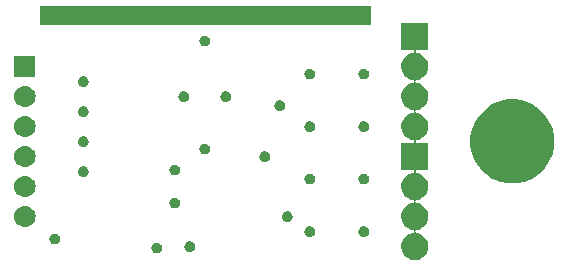
<source format=gbr>
G04 #@! TF.GenerationSoftware,KiCad,Pcbnew,5.1.2-f72e74a~84~ubuntu18.04.1*
G04 #@! TF.CreationDate,2019-06-21T19:35:54+10:00*
G04 #@! TF.ProjectId,axis-encoder,61786973-2d65-46e6-936f-6465722e6b69,21/06/19*
G04 #@! TF.SameCoordinates,Original*
G04 #@! TF.FileFunction,Soldermask,Bot*
G04 #@! TF.FilePolarity,Negative*
%FSLAX46Y46*%
G04 Gerber Fmt 4.6, Leading zero omitted, Abs format (unit mm)*
G04 Created by KiCad (PCBNEW 5.1.2-f72e74a~84~ubuntu18.04.1) date 2019-06-21 19:35:54*
%MOMM*%
%LPD*%
G04 APERTURE LIST*
%ADD10C,0.100000*%
G04 APERTURE END LIST*
D10*
G36*
X153035000Y-87884000D02*
G01*
X125095000Y-87884000D01*
X125095000Y-86360000D01*
X153035000Y-86360000D01*
X153035000Y-87884000D01*
G37*
X153035000Y-87884000D02*
X125095000Y-87884000D01*
X125095000Y-86360000D01*
X153035000Y-86360000D01*
X153035000Y-87884000D01*
G36*
X157996000Y-90051000D02*
G01*
X157030993Y-90051000D01*
X157006607Y-90053402D01*
X156983158Y-90060515D01*
X156961547Y-90072066D01*
X156942605Y-90087611D01*
X156927060Y-90106553D01*
X156915509Y-90128164D01*
X156908396Y-90151613D01*
X156905994Y-90175999D01*
X156908396Y-90200385D01*
X156915509Y-90223834D01*
X156927060Y-90245445D01*
X156942605Y-90264387D01*
X156961547Y-90279932D01*
X156983158Y-90291483D01*
X157006608Y-90298596D01*
X157180734Y-90333232D01*
X157390203Y-90419997D01*
X157578720Y-90545960D01*
X157739040Y-90706280D01*
X157865003Y-90894797D01*
X157951768Y-91104266D01*
X157996000Y-91326636D01*
X157996000Y-91553364D01*
X157951768Y-91775734D01*
X157865003Y-91985203D01*
X157739040Y-92173720D01*
X157578720Y-92334040D01*
X157390203Y-92460003D01*
X157390202Y-92460004D01*
X157390201Y-92460004D01*
X157354789Y-92474672D01*
X157180734Y-92546768D01*
X157053161Y-92572144D01*
X156976448Y-92587403D01*
X156952999Y-92594516D01*
X156931388Y-92606067D01*
X156912446Y-92621612D01*
X156896901Y-92640554D01*
X156885350Y-92662165D01*
X156878237Y-92685614D01*
X156875835Y-92710000D01*
X156878237Y-92734386D01*
X156885350Y-92757835D01*
X156896901Y-92779446D01*
X156912446Y-92798388D01*
X156931388Y-92813933D01*
X156952999Y-92825484D01*
X156976448Y-92832597D01*
X157053161Y-92847856D01*
X157180734Y-92873232D01*
X157390203Y-92959997D01*
X157578720Y-93085960D01*
X157739040Y-93246280D01*
X157865003Y-93434797D01*
X157951768Y-93644266D01*
X157996000Y-93866636D01*
X157996000Y-94093364D01*
X157951768Y-94315734D01*
X157865003Y-94525203D01*
X157739040Y-94713720D01*
X157578720Y-94874040D01*
X157390203Y-95000003D01*
X157180734Y-95086768D01*
X157053161Y-95112144D01*
X156976448Y-95127403D01*
X156952999Y-95134516D01*
X156931388Y-95146067D01*
X156912446Y-95161612D01*
X156896901Y-95180554D01*
X156885350Y-95202165D01*
X156878237Y-95225614D01*
X156875835Y-95250000D01*
X156878237Y-95274386D01*
X156885350Y-95297835D01*
X156896901Y-95319446D01*
X156912446Y-95338388D01*
X156931388Y-95353933D01*
X156952999Y-95365484D01*
X156976448Y-95372597D01*
X157053161Y-95387856D01*
X157180734Y-95413232D01*
X157302398Y-95463627D01*
X157348795Y-95482845D01*
X157390203Y-95499997D01*
X157578720Y-95625960D01*
X157739040Y-95786280D01*
X157801537Y-95879814D01*
X157865004Y-95974799D01*
X157882488Y-96017009D01*
X157951768Y-96184266D01*
X157996000Y-96406636D01*
X157996000Y-96633364D01*
X157951768Y-96855734D01*
X157865003Y-97065203D01*
X157739040Y-97253720D01*
X157578720Y-97414040D01*
X157390203Y-97540003D01*
X157180734Y-97626768D01*
X157064192Y-97649950D01*
X157006607Y-97661404D01*
X156983158Y-97668517D01*
X156961547Y-97680068D01*
X156942605Y-97695613D01*
X156927060Y-97714555D01*
X156915509Y-97736166D01*
X156908396Y-97759615D01*
X156905994Y-97784001D01*
X156908396Y-97808387D01*
X156915509Y-97831836D01*
X156927060Y-97853447D01*
X156942605Y-97872389D01*
X156961547Y-97887934D01*
X156983158Y-97899485D01*
X157006607Y-97906598D01*
X157030993Y-97909000D01*
X157996000Y-97909000D01*
X157996000Y-100211000D01*
X157030993Y-100211000D01*
X157006607Y-100213402D01*
X156983158Y-100220515D01*
X156961547Y-100232066D01*
X156942605Y-100247611D01*
X156927060Y-100266553D01*
X156915509Y-100288164D01*
X156908396Y-100311613D01*
X156905994Y-100335999D01*
X156908396Y-100360385D01*
X156915509Y-100383834D01*
X156927060Y-100405445D01*
X156942605Y-100424387D01*
X156961547Y-100439932D01*
X156983158Y-100451483D01*
X157006607Y-100458596D01*
X157064192Y-100470050D01*
X157180734Y-100493232D01*
X157230872Y-100514000D01*
X157354792Y-100565329D01*
X157390203Y-100579997D01*
X157578720Y-100705960D01*
X157739040Y-100866280D01*
X157865003Y-101054797D01*
X157951768Y-101264266D01*
X157996000Y-101486636D01*
X157996000Y-101713364D01*
X157951768Y-101935734D01*
X157865003Y-102145203D01*
X157739040Y-102333720D01*
X157578720Y-102494040D01*
X157390203Y-102620003D01*
X157180734Y-102706768D01*
X157053161Y-102732144D01*
X156976448Y-102747403D01*
X156952999Y-102754516D01*
X156931388Y-102766067D01*
X156912446Y-102781612D01*
X156896901Y-102800554D01*
X156885350Y-102822165D01*
X156878237Y-102845614D01*
X156875835Y-102870000D01*
X156878237Y-102894386D01*
X156885350Y-102917835D01*
X156896901Y-102939446D01*
X156912446Y-102958388D01*
X156931388Y-102973933D01*
X156952999Y-102985484D01*
X156976448Y-102992597D01*
X157053161Y-103007856D01*
X157180734Y-103033232D01*
X157390203Y-103119997D01*
X157578720Y-103245960D01*
X157739040Y-103406280D01*
X157865003Y-103594797D01*
X157951768Y-103804266D01*
X157996000Y-104026636D01*
X157996000Y-104253364D01*
X157951768Y-104475734D01*
X157865003Y-104685203D01*
X157739040Y-104873720D01*
X157578720Y-105034040D01*
X157390203Y-105160003D01*
X157180734Y-105246768D01*
X157053161Y-105272144D01*
X156976448Y-105287403D01*
X156952999Y-105294516D01*
X156931388Y-105306067D01*
X156912446Y-105321612D01*
X156896901Y-105340554D01*
X156885350Y-105362165D01*
X156878237Y-105385614D01*
X156875835Y-105410000D01*
X156878237Y-105434386D01*
X156885350Y-105457835D01*
X156896901Y-105479446D01*
X156912446Y-105498388D01*
X156931388Y-105513933D01*
X156952999Y-105525484D01*
X156976448Y-105532597D01*
X157053161Y-105547856D01*
X157180734Y-105573232D01*
X157230872Y-105594000D01*
X157354792Y-105645329D01*
X157390203Y-105659997D01*
X157578720Y-105785960D01*
X157739040Y-105946280D01*
X157865003Y-106134797D01*
X157951768Y-106344266D01*
X157996000Y-106566636D01*
X157996000Y-106793364D01*
X157951768Y-107015734D01*
X157865003Y-107225203D01*
X157739040Y-107413720D01*
X157578720Y-107574040D01*
X157390203Y-107700003D01*
X157180734Y-107786768D01*
X157069549Y-107808884D01*
X156958365Y-107831000D01*
X156731635Y-107831000D01*
X156620451Y-107808884D01*
X156509266Y-107786768D01*
X156299797Y-107700003D01*
X156111280Y-107574040D01*
X155950960Y-107413720D01*
X155824997Y-107225203D01*
X155738232Y-107015734D01*
X155694000Y-106793364D01*
X155694000Y-106566636D01*
X155738232Y-106344266D01*
X155824997Y-106134797D01*
X155950960Y-105946280D01*
X156111280Y-105785960D01*
X156299797Y-105659997D01*
X156335209Y-105645329D01*
X156459128Y-105594000D01*
X156509266Y-105573232D01*
X156636839Y-105547856D01*
X156713552Y-105532597D01*
X156737001Y-105525484D01*
X156758612Y-105513933D01*
X156777554Y-105498388D01*
X156793099Y-105479446D01*
X156804650Y-105457835D01*
X156811763Y-105434386D01*
X156814165Y-105410000D01*
X156811763Y-105385614D01*
X156804650Y-105362165D01*
X156793099Y-105340554D01*
X156777554Y-105321612D01*
X156758612Y-105306067D01*
X156737001Y-105294516D01*
X156713552Y-105287403D01*
X156636839Y-105272144D01*
X156509266Y-105246768D01*
X156299797Y-105160003D01*
X156111280Y-105034040D01*
X155950960Y-104873720D01*
X155824997Y-104685203D01*
X155738232Y-104475734D01*
X155694000Y-104253364D01*
X155694000Y-104026636D01*
X155738232Y-103804266D01*
X155824997Y-103594797D01*
X155950960Y-103406280D01*
X156111280Y-103245960D01*
X156299797Y-103119997D01*
X156509266Y-103033232D01*
X156636839Y-103007856D01*
X156713552Y-102992597D01*
X156737001Y-102985484D01*
X156758612Y-102973933D01*
X156777554Y-102958388D01*
X156793099Y-102939446D01*
X156804650Y-102917835D01*
X156811763Y-102894386D01*
X156814165Y-102870000D01*
X156811763Y-102845614D01*
X156804650Y-102822165D01*
X156793099Y-102800554D01*
X156777554Y-102781612D01*
X156758612Y-102766067D01*
X156737001Y-102754516D01*
X156713552Y-102747403D01*
X156636839Y-102732144D01*
X156509266Y-102706768D01*
X156299797Y-102620003D01*
X156111280Y-102494040D01*
X155950960Y-102333720D01*
X155824997Y-102145203D01*
X155738232Y-101935734D01*
X155694000Y-101713364D01*
X155694000Y-101486636D01*
X155738232Y-101264266D01*
X155824997Y-101054797D01*
X155950960Y-100866280D01*
X156111280Y-100705960D01*
X156299797Y-100579997D01*
X156335209Y-100565329D01*
X156459128Y-100514000D01*
X156509266Y-100493232D01*
X156625808Y-100470050D01*
X156683393Y-100458596D01*
X156706842Y-100451483D01*
X156728453Y-100439932D01*
X156747395Y-100424387D01*
X156762940Y-100405445D01*
X156774491Y-100383834D01*
X156781604Y-100360385D01*
X156784006Y-100335999D01*
X156781604Y-100311613D01*
X156774491Y-100288164D01*
X156762940Y-100266553D01*
X156747395Y-100247611D01*
X156728453Y-100232066D01*
X156706842Y-100220515D01*
X156683393Y-100213402D01*
X156659007Y-100211000D01*
X155694000Y-100211000D01*
X155694000Y-97909000D01*
X156659007Y-97909000D01*
X156683393Y-97906598D01*
X156706842Y-97899485D01*
X156728453Y-97887934D01*
X156747395Y-97872389D01*
X156762940Y-97853447D01*
X156774491Y-97831836D01*
X156781604Y-97808387D01*
X156784006Y-97784001D01*
X156781604Y-97759615D01*
X156774491Y-97736166D01*
X156762940Y-97714555D01*
X156747395Y-97695613D01*
X156728453Y-97680068D01*
X156706842Y-97668517D01*
X156683393Y-97661404D01*
X156625808Y-97649950D01*
X156509266Y-97626768D01*
X156299797Y-97540003D01*
X156111280Y-97414040D01*
X155950960Y-97253720D01*
X155824997Y-97065203D01*
X155738232Y-96855734D01*
X155694000Y-96633364D01*
X155694000Y-96406636D01*
X155738232Y-96184266D01*
X155807512Y-96017009D01*
X155824996Y-95974799D01*
X155888463Y-95879814D01*
X155950960Y-95786280D01*
X156111280Y-95625960D01*
X156299797Y-95499997D01*
X156341206Y-95482845D01*
X156387602Y-95463627D01*
X156509266Y-95413232D01*
X156636839Y-95387856D01*
X156713552Y-95372597D01*
X156737001Y-95365484D01*
X156758612Y-95353933D01*
X156777554Y-95338388D01*
X156793099Y-95319446D01*
X156804650Y-95297835D01*
X156811763Y-95274386D01*
X156814165Y-95250000D01*
X156811763Y-95225614D01*
X156804650Y-95202165D01*
X156793099Y-95180554D01*
X156777554Y-95161612D01*
X156758612Y-95146067D01*
X156737001Y-95134516D01*
X156713552Y-95127403D01*
X156636839Y-95112144D01*
X156509266Y-95086768D01*
X156299797Y-95000003D01*
X156111280Y-94874040D01*
X155950960Y-94713720D01*
X155824997Y-94525203D01*
X155738232Y-94315734D01*
X155694000Y-94093364D01*
X155694000Y-93866636D01*
X155738232Y-93644266D01*
X155824997Y-93434797D01*
X155950960Y-93246280D01*
X156111280Y-93085960D01*
X156299797Y-92959997D01*
X156509266Y-92873232D01*
X156636839Y-92847856D01*
X156713552Y-92832597D01*
X156737001Y-92825484D01*
X156758612Y-92813933D01*
X156777554Y-92798388D01*
X156793099Y-92779446D01*
X156804650Y-92757835D01*
X156811763Y-92734386D01*
X156814165Y-92710000D01*
X156811763Y-92685614D01*
X156804650Y-92662165D01*
X156793099Y-92640554D01*
X156777554Y-92621612D01*
X156758612Y-92606067D01*
X156737001Y-92594516D01*
X156713552Y-92587403D01*
X156636839Y-92572144D01*
X156509266Y-92546768D01*
X156335211Y-92474672D01*
X156299799Y-92460004D01*
X156299798Y-92460004D01*
X156299797Y-92460003D01*
X156111280Y-92334040D01*
X155950960Y-92173720D01*
X155824997Y-91985203D01*
X155738232Y-91775734D01*
X155694000Y-91553364D01*
X155694000Y-91326636D01*
X155738232Y-91104266D01*
X155824997Y-90894797D01*
X155950960Y-90706280D01*
X156111280Y-90545960D01*
X156299797Y-90419997D01*
X156509266Y-90333232D01*
X156683392Y-90298596D01*
X156706842Y-90291483D01*
X156728453Y-90279932D01*
X156747395Y-90264387D01*
X156762940Y-90245445D01*
X156774491Y-90223834D01*
X156781604Y-90200385D01*
X156784006Y-90175999D01*
X156781604Y-90151613D01*
X156774491Y-90128164D01*
X156762940Y-90106553D01*
X156747395Y-90087611D01*
X156728453Y-90072066D01*
X156706842Y-90060515D01*
X156683393Y-90053402D01*
X156659007Y-90051000D01*
X155694000Y-90051000D01*
X155694000Y-87749000D01*
X157996000Y-87749000D01*
X157996000Y-90051000D01*
X157996000Y-90051000D01*
G37*
G36*
X135132552Y-106373331D02*
G01*
X135214627Y-106407328D01*
X135214629Y-106407329D01*
X135251813Y-106432175D01*
X135288495Y-106456685D01*
X135351315Y-106519505D01*
X135400672Y-106593373D01*
X135434669Y-106675448D01*
X135452000Y-106762579D01*
X135452000Y-106851421D01*
X135434669Y-106938552D01*
X135402699Y-107015733D01*
X135400671Y-107020629D01*
X135351314Y-107094496D01*
X135288496Y-107157314D01*
X135214629Y-107206671D01*
X135214628Y-107206672D01*
X135214627Y-107206672D01*
X135132552Y-107240669D01*
X135045421Y-107258000D01*
X134956579Y-107258000D01*
X134869448Y-107240669D01*
X134787373Y-107206672D01*
X134787372Y-107206672D01*
X134787371Y-107206671D01*
X134713504Y-107157314D01*
X134650686Y-107094496D01*
X134601329Y-107020629D01*
X134599301Y-107015733D01*
X134567331Y-106938552D01*
X134550000Y-106851421D01*
X134550000Y-106762579D01*
X134567331Y-106675448D01*
X134601328Y-106593373D01*
X134650685Y-106519505D01*
X134713505Y-106456685D01*
X134750187Y-106432175D01*
X134787371Y-106407329D01*
X134787373Y-106407328D01*
X134869448Y-106373331D01*
X134956579Y-106356000D01*
X135045421Y-106356000D01*
X135132552Y-106373331D01*
X135132552Y-106373331D01*
G37*
G36*
X137926552Y-106246331D02*
G01*
X138008627Y-106280328D01*
X138008629Y-106280329D01*
X138045813Y-106305175D01*
X138082495Y-106329685D01*
X138145315Y-106392505D01*
X138155219Y-106407328D01*
X138188200Y-106456686D01*
X138194672Y-106466373D01*
X138228669Y-106548448D01*
X138246000Y-106635579D01*
X138246000Y-106724421D01*
X138228669Y-106811552D01*
X138194672Y-106893627D01*
X138194671Y-106893629D01*
X138145314Y-106967496D01*
X138082496Y-107030314D01*
X138008629Y-107079671D01*
X138008628Y-107079672D01*
X138008627Y-107079672D01*
X137926552Y-107113669D01*
X137839421Y-107131000D01*
X137750579Y-107131000D01*
X137663448Y-107113669D01*
X137581373Y-107079672D01*
X137581372Y-107079672D01*
X137581371Y-107079671D01*
X137507504Y-107030314D01*
X137444686Y-106967496D01*
X137395329Y-106893629D01*
X137395328Y-106893627D01*
X137361331Y-106811552D01*
X137344000Y-106724421D01*
X137344000Y-106635579D01*
X137361331Y-106548448D01*
X137395328Y-106466373D01*
X137401801Y-106456686D01*
X137434781Y-106407328D01*
X137444685Y-106392505D01*
X137507505Y-106329685D01*
X137544187Y-106305175D01*
X137581371Y-106280329D01*
X137581373Y-106280328D01*
X137663448Y-106246331D01*
X137750579Y-106229000D01*
X137839421Y-106229000D01*
X137926552Y-106246331D01*
X137926552Y-106246331D01*
G37*
G36*
X126496552Y-105611331D02*
G01*
X126578627Y-105645328D01*
X126578629Y-105645329D01*
X126600579Y-105659996D01*
X126652495Y-105694685D01*
X126715315Y-105757505D01*
X126764672Y-105831373D01*
X126798669Y-105913448D01*
X126816000Y-106000579D01*
X126816000Y-106089421D01*
X126798669Y-106176552D01*
X126764672Y-106258627D01*
X126717193Y-106329685D01*
X126715314Y-106332496D01*
X126652496Y-106395314D01*
X126578629Y-106444671D01*
X126578628Y-106444672D01*
X126578627Y-106444672D01*
X126496552Y-106478669D01*
X126409421Y-106496000D01*
X126320579Y-106496000D01*
X126233448Y-106478669D01*
X126151373Y-106444672D01*
X126151372Y-106444672D01*
X126151371Y-106444671D01*
X126077504Y-106395314D01*
X126014686Y-106332496D01*
X126012808Y-106329685D01*
X125965328Y-106258627D01*
X125931331Y-106176552D01*
X125914000Y-106089421D01*
X125914000Y-106000579D01*
X125931331Y-105913448D01*
X125965328Y-105831373D01*
X126014685Y-105757505D01*
X126077505Y-105694685D01*
X126129421Y-105659996D01*
X126151371Y-105645329D01*
X126151373Y-105645328D01*
X126233448Y-105611331D01*
X126320579Y-105594000D01*
X126409421Y-105594000D01*
X126496552Y-105611331D01*
X126496552Y-105611331D01*
G37*
G36*
X148086552Y-104976331D02*
G01*
X148168627Y-105010328D01*
X148168629Y-105010329D01*
X148195020Y-105027963D01*
X148242495Y-105059685D01*
X148305315Y-105122505D01*
X148354672Y-105196373D01*
X148388669Y-105278448D01*
X148406000Y-105365579D01*
X148406000Y-105454421D01*
X148388669Y-105541552D01*
X148354672Y-105623627D01*
X148307193Y-105694685D01*
X148305314Y-105697496D01*
X148242496Y-105760314D01*
X148168629Y-105809671D01*
X148168628Y-105809672D01*
X148168627Y-105809672D01*
X148086552Y-105843669D01*
X147999421Y-105861000D01*
X147910579Y-105861000D01*
X147823448Y-105843669D01*
X147741373Y-105809672D01*
X147741372Y-105809672D01*
X147741371Y-105809671D01*
X147667504Y-105760314D01*
X147604686Y-105697496D01*
X147602808Y-105694685D01*
X147555328Y-105623627D01*
X147521331Y-105541552D01*
X147504000Y-105454421D01*
X147504000Y-105365579D01*
X147521331Y-105278448D01*
X147555328Y-105196373D01*
X147604685Y-105122505D01*
X147667505Y-105059685D01*
X147714980Y-105027963D01*
X147741371Y-105010329D01*
X147741373Y-105010328D01*
X147823448Y-104976331D01*
X147910579Y-104959000D01*
X147999421Y-104959000D01*
X148086552Y-104976331D01*
X148086552Y-104976331D01*
G37*
G36*
X152658552Y-104976331D02*
G01*
X152740627Y-105010328D01*
X152740629Y-105010329D01*
X152767020Y-105027963D01*
X152814495Y-105059685D01*
X152877315Y-105122505D01*
X152926672Y-105196373D01*
X152960669Y-105278448D01*
X152978000Y-105365579D01*
X152978000Y-105454421D01*
X152960669Y-105541552D01*
X152926672Y-105623627D01*
X152879193Y-105694685D01*
X152877314Y-105697496D01*
X152814496Y-105760314D01*
X152740629Y-105809671D01*
X152740628Y-105809672D01*
X152740627Y-105809672D01*
X152658552Y-105843669D01*
X152571421Y-105861000D01*
X152482579Y-105861000D01*
X152395448Y-105843669D01*
X152313373Y-105809672D01*
X152313372Y-105809672D01*
X152313371Y-105809671D01*
X152239504Y-105760314D01*
X152176686Y-105697496D01*
X152174808Y-105694685D01*
X152127328Y-105623627D01*
X152093331Y-105541552D01*
X152076000Y-105454421D01*
X152076000Y-105365579D01*
X152093331Y-105278448D01*
X152127328Y-105196373D01*
X152176685Y-105122505D01*
X152239505Y-105059685D01*
X152286980Y-105027963D01*
X152313371Y-105010329D01*
X152313373Y-105010328D01*
X152395448Y-104976331D01*
X152482579Y-104959000D01*
X152571421Y-104959000D01*
X152658552Y-104976331D01*
X152658552Y-104976331D01*
G37*
G36*
X123935443Y-103245519D02*
G01*
X124001627Y-103252037D01*
X124171466Y-103303557D01*
X124327991Y-103387222D01*
X124351213Y-103406280D01*
X124465186Y-103499814D01*
X124543135Y-103594797D01*
X124577778Y-103637009D01*
X124661443Y-103793534D01*
X124712963Y-103963373D01*
X124730359Y-104140000D01*
X124712963Y-104316627D01*
X124661443Y-104486466D01*
X124577778Y-104642991D01*
X124548448Y-104678729D01*
X124465186Y-104780186D01*
X124363729Y-104863448D01*
X124327991Y-104892778D01*
X124171466Y-104976443D01*
X124001627Y-105027963D01*
X123939925Y-105034040D01*
X123869260Y-105041000D01*
X123780740Y-105041000D01*
X123710075Y-105034040D01*
X123648373Y-105027963D01*
X123478534Y-104976443D01*
X123322009Y-104892778D01*
X123286271Y-104863448D01*
X123184814Y-104780186D01*
X123101552Y-104678729D01*
X123072222Y-104642991D01*
X122988557Y-104486466D01*
X122937037Y-104316627D01*
X122919641Y-104140000D01*
X122937037Y-103963373D01*
X122988557Y-103793534D01*
X123072222Y-103637009D01*
X123106865Y-103594797D01*
X123184814Y-103499814D01*
X123298787Y-103406280D01*
X123322009Y-103387222D01*
X123478534Y-103303557D01*
X123648373Y-103252037D01*
X123714558Y-103245518D01*
X123780740Y-103239000D01*
X123869260Y-103239000D01*
X123935443Y-103245519D01*
X123935443Y-103245519D01*
G37*
G36*
X146181552Y-103706331D02*
G01*
X146263627Y-103740328D01*
X146263629Y-103740329D01*
X146300813Y-103765175D01*
X146337495Y-103789685D01*
X146400315Y-103852505D01*
X146449672Y-103926373D01*
X146483669Y-104008448D01*
X146501000Y-104095579D01*
X146501000Y-104184421D01*
X146483669Y-104271552D01*
X146464998Y-104316627D01*
X146449671Y-104353629D01*
X146400314Y-104427496D01*
X146337496Y-104490314D01*
X146263629Y-104539671D01*
X146263628Y-104539672D01*
X146263627Y-104539672D01*
X146181552Y-104573669D01*
X146094421Y-104591000D01*
X146005579Y-104591000D01*
X145918448Y-104573669D01*
X145836373Y-104539672D01*
X145836372Y-104539672D01*
X145836371Y-104539671D01*
X145762504Y-104490314D01*
X145699686Y-104427496D01*
X145650329Y-104353629D01*
X145635002Y-104316627D01*
X145616331Y-104271552D01*
X145599000Y-104184421D01*
X145599000Y-104095579D01*
X145616331Y-104008448D01*
X145650328Y-103926373D01*
X145699685Y-103852505D01*
X145762505Y-103789685D01*
X145799187Y-103765175D01*
X145836371Y-103740329D01*
X145836373Y-103740328D01*
X145918448Y-103706331D01*
X146005579Y-103689000D01*
X146094421Y-103689000D01*
X146181552Y-103706331D01*
X146181552Y-103706331D01*
G37*
G36*
X136656552Y-102563331D02*
G01*
X136738627Y-102597328D01*
X136738629Y-102597329D01*
X136812496Y-102646686D01*
X136875314Y-102709504D01*
X136923496Y-102781612D01*
X136924672Y-102783373D01*
X136958669Y-102865448D01*
X136976000Y-102952579D01*
X136976000Y-103041421D01*
X136958669Y-103128552D01*
X136924672Y-103210627D01*
X136924671Y-103210629D01*
X136875314Y-103284496D01*
X136812496Y-103347314D01*
X136738629Y-103396671D01*
X136738628Y-103396672D01*
X136738627Y-103396672D01*
X136656552Y-103430669D01*
X136569421Y-103448000D01*
X136480579Y-103448000D01*
X136393448Y-103430669D01*
X136311373Y-103396672D01*
X136311372Y-103396672D01*
X136311371Y-103396671D01*
X136237504Y-103347314D01*
X136174686Y-103284496D01*
X136125329Y-103210629D01*
X136125328Y-103210627D01*
X136091331Y-103128552D01*
X136074000Y-103041421D01*
X136074000Y-102952579D01*
X136091331Y-102865448D01*
X136125328Y-102783373D01*
X136126505Y-102781612D01*
X136174686Y-102709504D01*
X136237504Y-102646686D01*
X136311371Y-102597329D01*
X136311373Y-102597328D01*
X136393448Y-102563331D01*
X136480579Y-102546000D01*
X136569421Y-102546000D01*
X136656552Y-102563331D01*
X136656552Y-102563331D01*
G37*
G36*
X123935443Y-100705519D02*
G01*
X124001627Y-100712037D01*
X124171466Y-100763557D01*
X124327991Y-100847222D01*
X124350872Y-100866000D01*
X124465186Y-100959814D01*
X124543135Y-101054797D01*
X124577778Y-101097009D01*
X124661443Y-101253534D01*
X124712963Y-101423373D01*
X124730359Y-101600000D01*
X124712963Y-101776627D01*
X124661443Y-101946466D01*
X124577778Y-102102991D01*
X124548448Y-102138729D01*
X124465186Y-102240186D01*
X124363729Y-102323448D01*
X124327991Y-102352778D01*
X124171466Y-102436443D01*
X124001627Y-102487963D01*
X123939925Y-102494040D01*
X123869260Y-102501000D01*
X123780740Y-102501000D01*
X123710075Y-102494040D01*
X123648373Y-102487963D01*
X123478534Y-102436443D01*
X123322009Y-102352778D01*
X123286271Y-102323448D01*
X123184814Y-102240186D01*
X123101552Y-102138729D01*
X123072222Y-102102991D01*
X122988557Y-101946466D01*
X122937037Y-101776627D01*
X122919641Y-101600000D01*
X122937037Y-101423373D01*
X122988557Y-101253534D01*
X123072222Y-101097009D01*
X123106865Y-101054797D01*
X123184814Y-100959814D01*
X123299128Y-100866000D01*
X123322009Y-100847222D01*
X123478534Y-100763557D01*
X123648373Y-100712037D01*
X123714557Y-100705519D01*
X123780740Y-100699000D01*
X123869260Y-100699000D01*
X123935443Y-100705519D01*
X123935443Y-100705519D01*
G37*
G36*
X148086552Y-100531331D02*
G01*
X148168627Y-100565328D01*
X148168629Y-100565329D01*
X148190579Y-100579996D01*
X148242495Y-100614685D01*
X148305315Y-100677505D01*
X148354672Y-100751373D01*
X148388669Y-100833448D01*
X148406000Y-100920579D01*
X148406000Y-101009421D01*
X148388669Y-101096552D01*
X148354672Y-101178627D01*
X148354671Y-101178629D01*
X148305314Y-101252496D01*
X148242496Y-101315314D01*
X148168629Y-101364671D01*
X148168628Y-101364672D01*
X148168627Y-101364672D01*
X148086552Y-101398669D01*
X147999421Y-101416000D01*
X147910579Y-101416000D01*
X147823448Y-101398669D01*
X147741373Y-101364672D01*
X147741372Y-101364672D01*
X147741371Y-101364671D01*
X147667504Y-101315314D01*
X147604686Y-101252496D01*
X147555329Y-101178629D01*
X147555328Y-101178627D01*
X147521331Y-101096552D01*
X147504000Y-101009421D01*
X147504000Y-100920579D01*
X147521331Y-100833448D01*
X147555328Y-100751373D01*
X147604685Y-100677505D01*
X147667505Y-100614685D01*
X147719421Y-100579996D01*
X147741371Y-100565329D01*
X147741373Y-100565328D01*
X147823448Y-100531331D01*
X147910579Y-100514000D01*
X147999421Y-100514000D01*
X148086552Y-100531331D01*
X148086552Y-100531331D01*
G37*
G36*
X152658552Y-100531331D02*
G01*
X152740627Y-100565328D01*
X152740629Y-100565329D01*
X152762579Y-100579996D01*
X152814495Y-100614685D01*
X152877315Y-100677505D01*
X152926672Y-100751373D01*
X152960669Y-100833448D01*
X152978000Y-100920579D01*
X152978000Y-101009421D01*
X152960669Y-101096552D01*
X152926672Y-101178627D01*
X152926671Y-101178629D01*
X152877314Y-101252496D01*
X152814496Y-101315314D01*
X152740629Y-101364671D01*
X152740628Y-101364672D01*
X152740627Y-101364672D01*
X152658552Y-101398669D01*
X152571421Y-101416000D01*
X152482579Y-101416000D01*
X152395448Y-101398669D01*
X152313373Y-101364672D01*
X152313372Y-101364672D01*
X152313371Y-101364671D01*
X152239504Y-101315314D01*
X152176686Y-101252496D01*
X152127329Y-101178629D01*
X152127328Y-101178627D01*
X152093331Y-101096552D01*
X152076000Y-101009421D01*
X152076000Y-100920579D01*
X152093331Y-100833448D01*
X152127328Y-100751373D01*
X152176685Y-100677505D01*
X152239505Y-100614685D01*
X152291421Y-100579996D01*
X152313371Y-100565329D01*
X152313373Y-100565328D01*
X152395448Y-100531331D01*
X152482579Y-100514000D01*
X152571421Y-100514000D01*
X152658552Y-100531331D01*
X152658552Y-100531331D01*
G37*
G36*
X166135787Y-94375462D02*
G01*
X166174955Y-94391686D01*
X166782029Y-94643144D01*
X167363631Y-95031758D01*
X167858242Y-95526369D01*
X168246856Y-96107971D01*
X168370567Y-96406636D01*
X168514538Y-96754213D01*
X168651000Y-97440256D01*
X168651000Y-98139744D01*
X168514538Y-98825787D01*
X168514537Y-98825789D01*
X168246856Y-99472029D01*
X167858242Y-100053631D01*
X167363631Y-100548242D01*
X166782029Y-100936856D01*
X166497289Y-101054799D01*
X166135787Y-101204538D01*
X165449744Y-101341000D01*
X164750256Y-101341000D01*
X164064213Y-101204538D01*
X163702711Y-101054799D01*
X163417971Y-100936856D01*
X162836369Y-100548242D01*
X162341758Y-100053631D01*
X161953144Y-99472029D01*
X161685463Y-98825789D01*
X161685462Y-98825787D01*
X161549000Y-98139744D01*
X161549000Y-97440256D01*
X161685462Y-96754213D01*
X161829433Y-96406636D01*
X161953144Y-96107971D01*
X162341758Y-95526369D01*
X162836369Y-95031758D01*
X163417971Y-94643144D01*
X164025045Y-94391686D01*
X164064213Y-94375462D01*
X164750256Y-94239000D01*
X165449744Y-94239000D01*
X166135787Y-94375462D01*
X166135787Y-94375462D01*
G37*
G36*
X128909552Y-99896331D02*
G01*
X128991627Y-99930328D01*
X128991629Y-99930329D01*
X129018020Y-99947963D01*
X129065495Y-99979685D01*
X129128315Y-100042505D01*
X129177672Y-100116373D01*
X129211669Y-100198448D01*
X129229000Y-100285579D01*
X129229000Y-100374421D01*
X129211669Y-100461552D01*
X129189944Y-100514000D01*
X129177671Y-100543629D01*
X129171199Y-100553315D01*
X129130193Y-100614685D01*
X129128314Y-100617496D01*
X129065496Y-100680314D01*
X128991629Y-100729671D01*
X128991628Y-100729672D01*
X128991627Y-100729672D01*
X128909552Y-100763669D01*
X128822421Y-100781000D01*
X128733579Y-100781000D01*
X128646448Y-100763669D01*
X128564373Y-100729672D01*
X128564372Y-100729672D01*
X128564371Y-100729671D01*
X128490504Y-100680314D01*
X128427686Y-100617496D01*
X128425808Y-100614685D01*
X128384801Y-100553315D01*
X128378329Y-100543629D01*
X128366056Y-100514000D01*
X128344331Y-100461552D01*
X128327000Y-100374421D01*
X128327000Y-100285579D01*
X128344331Y-100198448D01*
X128378328Y-100116373D01*
X128427685Y-100042505D01*
X128490505Y-99979685D01*
X128537980Y-99947963D01*
X128564371Y-99930329D01*
X128564373Y-99930328D01*
X128646448Y-99896331D01*
X128733579Y-99879000D01*
X128822421Y-99879000D01*
X128909552Y-99896331D01*
X128909552Y-99896331D01*
G37*
G36*
X136656552Y-99769331D02*
G01*
X136738627Y-99803328D01*
X136738629Y-99803329D01*
X136812496Y-99852686D01*
X136875314Y-99915504D01*
X136918200Y-99979686D01*
X136924672Y-99989373D01*
X136958669Y-100071448D01*
X136976000Y-100158579D01*
X136976000Y-100247421D01*
X136958669Y-100334552D01*
X136938255Y-100383834D01*
X136924671Y-100416629D01*
X136875314Y-100490496D01*
X136812496Y-100553314D01*
X136738629Y-100602671D01*
X136738628Y-100602672D01*
X136738627Y-100602672D01*
X136656552Y-100636669D01*
X136569421Y-100654000D01*
X136480579Y-100654000D01*
X136393448Y-100636669D01*
X136311373Y-100602672D01*
X136311372Y-100602672D01*
X136311371Y-100602671D01*
X136237504Y-100553314D01*
X136174686Y-100490496D01*
X136125329Y-100416629D01*
X136111745Y-100383834D01*
X136091331Y-100334552D01*
X136074000Y-100247421D01*
X136074000Y-100158579D01*
X136091331Y-100071448D01*
X136125328Y-99989373D01*
X136131801Y-99979686D01*
X136174686Y-99915504D01*
X136237504Y-99852686D01*
X136311371Y-99803329D01*
X136311373Y-99803328D01*
X136393448Y-99769331D01*
X136480579Y-99752000D01*
X136569421Y-99752000D01*
X136656552Y-99769331D01*
X136656552Y-99769331D01*
G37*
G36*
X123935443Y-98165519D02*
G01*
X124001627Y-98172037D01*
X124171466Y-98223557D01*
X124327991Y-98307222D01*
X124363729Y-98336552D01*
X124465186Y-98419814D01*
X124548448Y-98521271D01*
X124577778Y-98557009D01*
X124661443Y-98713534D01*
X124712963Y-98883373D01*
X124730359Y-99060000D01*
X124712963Y-99236627D01*
X124661443Y-99406466D01*
X124577778Y-99562991D01*
X124548448Y-99598729D01*
X124465186Y-99700186D01*
X124380931Y-99769331D01*
X124327991Y-99812778D01*
X124171466Y-99896443D01*
X124001627Y-99947963D01*
X123935443Y-99954481D01*
X123869260Y-99961000D01*
X123780740Y-99961000D01*
X123714557Y-99954481D01*
X123648373Y-99947963D01*
X123478534Y-99896443D01*
X123322009Y-99812778D01*
X123269069Y-99769331D01*
X123184814Y-99700186D01*
X123101552Y-99598729D01*
X123072222Y-99562991D01*
X122988557Y-99406466D01*
X122937037Y-99236627D01*
X122919641Y-99060000D01*
X122937037Y-98883373D01*
X122988557Y-98713534D01*
X123072222Y-98557009D01*
X123101552Y-98521271D01*
X123184814Y-98419814D01*
X123286271Y-98336552D01*
X123322009Y-98307222D01*
X123478534Y-98223557D01*
X123648373Y-98172037D01*
X123714557Y-98165519D01*
X123780740Y-98159000D01*
X123869260Y-98159000D01*
X123935443Y-98165519D01*
X123935443Y-98165519D01*
G37*
G36*
X144276552Y-98626331D02*
G01*
X144358627Y-98660328D01*
X144358629Y-98660329D01*
X144395813Y-98685175D01*
X144432495Y-98709685D01*
X144495315Y-98772505D01*
X144544672Y-98846373D01*
X144578669Y-98928448D01*
X144596000Y-99015579D01*
X144596000Y-99104421D01*
X144578669Y-99191552D01*
X144559998Y-99236627D01*
X144544671Y-99273629D01*
X144495314Y-99347496D01*
X144432496Y-99410314D01*
X144358629Y-99459671D01*
X144358628Y-99459672D01*
X144358627Y-99459672D01*
X144276552Y-99493669D01*
X144189421Y-99511000D01*
X144100579Y-99511000D01*
X144013448Y-99493669D01*
X143931373Y-99459672D01*
X143931372Y-99459672D01*
X143931371Y-99459671D01*
X143857504Y-99410314D01*
X143794686Y-99347496D01*
X143745329Y-99273629D01*
X143730002Y-99236627D01*
X143711331Y-99191552D01*
X143694000Y-99104421D01*
X143694000Y-99015579D01*
X143711331Y-98928448D01*
X143745328Y-98846373D01*
X143794685Y-98772505D01*
X143857505Y-98709685D01*
X143894187Y-98685175D01*
X143931371Y-98660329D01*
X143931373Y-98660328D01*
X144013448Y-98626331D01*
X144100579Y-98609000D01*
X144189421Y-98609000D01*
X144276552Y-98626331D01*
X144276552Y-98626331D01*
G37*
G36*
X139196552Y-97991331D02*
G01*
X139278627Y-98025328D01*
X139278629Y-98025329D01*
X139315813Y-98050175D01*
X139352495Y-98074685D01*
X139415315Y-98137505D01*
X139464672Y-98211373D01*
X139498669Y-98293448D01*
X139516000Y-98380579D01*
X139516000Y-98469421D01*
X139498669Y-98556552D01*
X139464672Y-98638627D01*
X139417193Y-98709685D01*
X139415314Y-98712496D01*
X139352496Y-98775314D01*
X139278629Y-98824671D01*
X139278628Y-98824672D01*
X139278627Y-98824672D01*
X139196552Y-98858669D01*
X139109421Y-98876000D01*
X139020579Y-98876000D01*
X138933448Y-98858669D01*
X138851373Y-98824672D01*
X138851372Y-98824672D01*
X138851371Y-98824671D01*
X138777504Y-98775314D01*
X138714686Y-98712496D01*
X138712808Y-98709685D01*
X138665328Y-98638627D01*
X138631331Y-98556552D01*
X138614000Y-98469421D01*
X138614000Y-98380579D01*
X138631331Y-98293448D01*
X138665328Y-98211373D01*
X138714685Y-98137505D01*
X138777505Y-98074685D01*
X138814187Y-98050175D01*
X138851371Y-98025329D01*
X138851373Y-98025328D01*
X138933448Y-97991331D01*
X139020579Y-97974000D01*
X139109421Y-97974000D01*
X139196552Y-97991331D01*
X139196552Y-97991331D01*
G37*
G36*
X128909552Y-97356331D02*
G01*
X128991627Y-97390328D01*
X128991629Y-97390329D01*
X129018020Y-97407963D01*
X129065495Y-97439685D01*
X129128315Y-97502505D01*
X129177672Y-97576373D01*
X129211669Y-97658448D01*
X129229000Y-97745579D01*
X129229000Y-97834421D01*
X129211669Y-97921552D01*
X129177672Y-98003627D01*
X129130193Y-98074685D01*
X129128314Y-98077496D01*
X129065496Y-98140314D01*
X128991629Y-98189671D01*
X128991628Y-98189672D01*
X128991627Y-98189672D01*
X128909552Y-98223669D01*
X128822421Y-98241000D01*
X128733579Y-98241000D01*
X128646448Y-98223669D01*
X128564373Y-98189672D01*
X128564372Y-98189672D01*
X128564371Y-98189671D01*
X128490504Y-98140314D01*
X128427686Y-98077496D01*
X128425808Y-98074685D01*
X128378328Y-98003627D01*
X128344331Y-97921552D01*
X128327000Y-97834421D01*
X128327000Y-97745579D01*
X128344331Y-97658448D01*
X128378328Y-97576373D01*
X128427685Y-97502505D01*
X128490505Y-97439685D01*
X128537980Y-97407963D01*
X128564371Y-97390329D01*
X128564373Y-97390328D01*
X128646448Y-97356331D01*
X128733579Y-97339000D01*
X128822421Y-97339000D01*
X128909552Y-97356331D01*
X128909552Y-97356331D01*
G37*
G36*
X123935442Y-95625518D02*
G01*
X124001627Y-95632037D01*
X124171466Y-95683557D01*
X124327991Y-95767222D01*
X124351213Y-95786280D01*
X124465186Y-95879814D01*
X124543135Y-95974797D01*
X124577778Y-96017009D01*
X124661443Y-96173534D01*
X124712963Y-96343373D01*
X124730359Y-96520000D01*
X124712963Y-96696627D01*
X124661443Y-96866466D01*
X124577778Y-97022991D01*
X124548448Y-97058729D01*
X124465186Y-97160186D01*
X124363729Y-97243448D01*
X124327991Y-97272778D01*
X124171466Y-97356443D01*
X124001627Y-97407963D01*
X123939925Y-97414040D01*
X123869260Y-97421000D01*
X123780740Y-97421000D01*
X123710075Y-97414040D01*
X123648373Y-97407963D01*
X123478534Y-97356443D01*
X123322009Y-97272778D01*
X123286271Y-97243448D01*
X123184814Y-97160186D01*
X123101552Y-97058729D01*
X123072222Y-97022991D01*
X122988557Y-96866466D01*
X122937037Y-96696627D01*
X122919641Y-96520000D01*
X122937037Y-96343373D01*
X122988557Y-96173534D01*
X123072222Y-96017009D01*
X123106865Y-95974797D01*
X123184814Y-95879814D01*
X123298787Y-95786280D01*
X123322009Y-95767222D01*
X123478534Y-95683557D01*
X123648373Y-95632037D01*
X123714558Y-95625518D01*
X123780740Y-95619000D01*
X123869260Y-95619000D01*
X123935442Y-95625518D01*
X123935442Y-95625518D01*
G37*
G36*
X152658552Y-96086331D02*
G01*
X152740627Y-96120328D01*
X152740629Y-96120329D01*
X152777813Y-96145175D01*
X152814495Y-96169685D01*
X152877315Y-96232505D01*
X152926672Y-96306373D01*
X152960669Y-96388448D01*
X152978000Y-96475579D01*
X152978000Y-96564421D01*
X152960669Y-96651552D01*
X152941998Y-96696627D01*
X152926671Y-96733629D01*
X152877314Y-96807496D01*
X152814496Y-96870314D01*
X152740629Y-96919671D01*
X152740628Y-96919672D01*
X152740627Y-96919672D01*
X152658552Y-96953669D01*
X152571421Y-96971000D01*
X152482579Y-96971000D01*
X152395448Y-96953669D01*
X152313373Y-96919672D01*
X152313372Y-96919672D01*
X152313371Y-96919671D01*
X152239504Y-96870314D01*
X152176686Y-96807496D01*
X152127329Y-96733629D01*
X152112002Y-96696627D01*
X152093331Y-96651552D01*
X152076000Y-96564421D01*
X152076000Y-96475579D01*
X152093331Y-96388448D01*
X152127328Y-96306373D01*
X152176685Y-96232505D01*
X152239505Y-96169685D01*
X152276187Y-96145175D01*
X152313371Y-96120329D01*
X152313373Y-96120328D01*
X152395448Y-96086331D01*
X152482579Y-96069000D01*
X152571421Y-96069000D01*
X152658552Y-96086331D01*
X152658552Y-96086331D01*
G37*
G36*
X148086552Y-96086331D02*
G01*
X148168627Y-96120328D01*
X148168629Y-96120329D01*
X148205813Y-96145175D01*
X148242495Y-96169685D01*
X148305315Y-96232505D01*
X148354672Y-96306373D01*
X148388669Y-96388448D01*
X148406000Y-96475579D01*
X148406000Y-96564421D01*
X148388669Y-96651552D01*
X148369998Y-96696627D01*
X148354671Y-96733629D01*
X148305314Y-96807496D01*
X148242496Y-96870314D01*
X148168629Y-96919671D01*
X148168628Y-96919672D01*
X148168627Y-96919672D01*
X148086552Y-96953669D01*
X147999421Y-96971000D01*
X147910579Y-96971000D01*
X147823448Y-96953669D01*
X147741373Y-96919672D01*
X147741372Y-96919672D01*
X147741371Y-96919671D01*
X147667504Y-96870314D01*
X147604686Y-96807496D01*
X147555329Y-96733629D01*
X147540002Y-96696627D01*
X147521331Y-96651552D01*
X147504000Y-96564421D01*
X147504000Y-96475579D01*
X147521331Y-96388448D01*
X147555328Y-96306373D01*
X147604685Y-96232505D01*
X147667505Y-96169685D01*
X147704187Y-96145175D01*
X147741371Y-96120329D01*
X147741373Y-96120328D01*
X147823448Y-96086331D01*
X147910579Y-96069000D01*
X147999421Y-96069000D01*
X148086552Y-96086331D01*
X148086552Y-96086331D01*
G37*
G36*
X128909552Y-94816331D02*
G01*
X128991627Y-94850328D01*
X128991629Y-94850329D01*
X129065496Y-94899686D01*
X129128314Y-94962504D01*
X129174589Y-95031758D01*
X129177672Y-95036373D01*
X129211669Y-95118448D01*
X129229000Y-95205579D01*
X129229000Y-95294421D01*
X129211669Y-95381552D01*
X129177672Y-95463627D01*
X129177671Y-95463629D01*
X129128314Y-95537496D01*
X129065496Y-95600314D01*
X128991629Y-95649671D01*
X128991628Y-95649672D01*
X128991627Y-95649672D01*
X128909552Y-95683669D01*
X128822421Y-95701000D01*
X128733579Y-95701000D01*
X128646448Y-95683669D01*
X128564373Y-95649672D01*
X128564372Y-95649672D01*
X128564371Y-95649671D01*
X128490504Y-95600314D01*
X128427686Y-95537496D01*
X128378329Y-95463629D01*
X128378328Y-95463627D01*
X128344331Y-95381552D01*
X128327000Y-95294421D01*
X128327000Y-95205579D01*
X128344331Y-95118448D01*
X128378328Y-95036373D01*
X128381412Y-95031758D01*
X128427686Y-94962504D01*
X128490504Y-94899686D01*
X128564371Y-94850329D01*
X128564373Y-94850328D01*
X128646448Y-94816331D01*
X128733579Y-94799000D01*
X128822421Y-94799000D01*
X128909552Y-94816331D01*
X128909552Y-94816331D01*
G37*
G36*
X145546552Y-94308331D02*
G01*
X145628627Y-94342328D01*
X145628629Y-94342329D01*
X145665813Y-94367175D01*
X145702495Y-94391685D01*
X145765315Y-94454505D01*
X145814672Y-94528373D01*
X145848669Y-94610448D01*
X145866000Y-94697579D01*
X145866000Y-94786421D01*
X145848669Y-94873552D01*
X145816435Y-94951371D01*
X145814671Y-94955629D01*
X145765314Y-95029496D01*
X145702496Y-95092314D01*
X145628629Y-95141671D01*
X145628628Y-95141672D01*
X145628627Y-95141672D01*
X145546552Y-95175669D01*
X145459421Y-95193000D01*
X145370579Y-95193000D01*
X145283448Y-95175669D01*
X145201373Y-95141672D01*
X145201372Y-95141672D01*
X145201371Y-95141671D01*
X145127504Y-95092314D01*
X145064686Y-95029496D01*
X145015329Y-94955629D01*
X145013565Y-94951371D01*
X144981331Y-94873552D01*
X144964000Y-94786421D01*
X144964000Y-94697579D01*
X144981331Y-94610448D01*
X145015328Y-94528373D01*
X145064685Y-94454505D01*
X145127505Y-94391685D01*
X145164187Y-94367175D01*
X145201371Y-94342329D01*
X145201373Y-94342328D01*
X145283448Y-94308331D01*
X145370579Y-94291000D01*
X145459421Y-94291000D01*
X145546552Y-94308331D01*
X145546552Y-94308331D01*
G37*
G36*
X123935443Y-93085519D02*
G01*
X124001627Y-93092037D01*
X124171466Y-93143557D01*
X124327991Y-93227222D01*
X124351213Y-93246280D01*
X124465186Y-93339814D01*
X124543135Y-93434797D01*
X124577778Y-93477009D01*
X124661443Y-93633534D01*
X124712963Y-93803373D01*
X124730359Y-93980000D01*
X124712963Y-94156627D01*
X124661443Y-94326466D01*
X124577778Y-94482991D01*
X124548448Y-94518729D01*
X124465186Y-94620186D01*
X124370881Y-94697579D01*
X124327991Y-94732778D01*
X124171466Y-94816443D01*
X124001627Y-94867963D01*
X123944880Y-94873552D01*
X123869260Y-94881000D01*
X123780740Y-94881000D01*
X123705120Y-94873552D01*
X123648373Y-94867963D01*
X123478534Y-94816443D01*
X123322009Y-94732778D01*
X123279119Y-94697579D01*
X123184814Y-94620186D01*
X123101552Y-94518729D01*
X123072222Y-94482991D01*
X122988557Y-94326466D01*
X122937037Y-94156627D01*
X122919641Y-93980000D01*
X122937037Y-93803373D01*
X122988557Y-93633534D01*
X123072222Y-93477009D01*
X123106865Y-93434797D01*
X123184814Y-93339814D01*
X123298787Y-93246280D01*
X123322009Y-93227222D01*
X123478534Y-93143557D01*
X123648373Y-93092037D01*
X123714557Y-93085519D01*
X123780740Y-93079000D01*
X123869260Y-93079000D01*
X123935443Y-93085519D01*
X123935443Y-93085519D01*
G37*
G36*
X137418552Y-93546331D02*
G01*
X137500627Y-93580328D01*
X137500629Y-93580329D01*
X137537813Y-93605175D01*
X137574495Y-93629685D01*
X137637315Y-93692505D01*
X137686672Y-93766373D01*
X137720669Y-93848448D01*
X137738000Y-93935579D01*
X137738000Y-94024421D01*
X137720669Y-94111552D01*
X137701998Y-94156627D01*
X137686671Y-94193629D01*
X137637314Y-94267496D01*
X137574496Y-94330314D01*
X137500629Y-94379671D01*
X137500628Y-94379672D01*
X137500627Y-94379672D01*
X137418552Y-94413669D01*
X137331421Y-94431000D01*
X137242579Y-94431000D01*
X137155448Y-94413669D01*
X137073373Y-94379672D01*
X137073372Y-94379672D01*
X137073371Y-94379671D01*
X136999504Y-94330314D01*
X136936686Y-94267496D01*
X136887329Y-94193629D01*
X136872002Y-94156627D01*
X136853331Y-94111552D01*
X136836000Y-94024421D01*
X136836000Y-93935579D01*
X136853331Y-93848448D01*
X136887328Y-93766373D01*
X136936685Y-93692505D01*
X136999505Y-93629685D01*
X137036187Y-93605175D01*
X137073371Y-93580329D01*
X137073373Y-93580328D01*
X137155448Y-93546331D01*
X137242579Y-93529000D01*
X137331421Y-93529000D01*
X137418552Y-93546331D01*
X137418552Y-93546331D01*
G37*
G36*
X140974552Y-93546331D02*
G01*
X141056627Y-93580328D01*
X141056629Y-93580329D01*
X141093813Y-93605175D01*
X141130495Y-93629685D01*
X141193315Y-93692505D01*
X141242672Y-93766373D01*
X141276669Y-93848448D01*
X141294000Y-93935579D01*
X141294000Y-94024421D01*
X141276669Y-94111552D01*
X141257998Y-94156627D01*
X141242671Y-94193629D01*
X141193314Y-94267496D01*
X141130496Y-94330314D01*
X141056629Y-94379671D01*
X141056628Y-94379672D01*
X141056627Y-94379672D01*
X140974552Y-94413669D01*
X140887421Y-94431000D01*
X140798579Y-94431000D01*
X140711448Y-94413669D01*
X140629373Y-94379672D01*
X140629372Y-94379672D01*
X140629371Y-94379671D01*
X140555504Y-94330314D01*
X140492686Y-94267496D01*
X140443329Y-94193629D01*
X140428002Y-94156627D01*
X140409331Y-94111552D01*
X140392000Y-94024421D01*
X140392000Y-93935579D01*
X140409331Y-93848448D01*
X140443328Y-93766373D01*
X140492685Y-93692505D01*
X140555505Y-93629685D01*
X140592187Y-93605175D01*
X140629371Y-93580329D01*
X140629373Y-93580328D01*
X140711448Y-93546331D01*
X140798579Y-93529000D01*
X140887421Y-93529000D01*
X140974552Y-93546331D01*
X140974552Y-93546331D01*
G37*
G36*
X128909552Y-92276331D02*
G01*
X128991627Y-92310328D01*
X128991629Y-92310329D01*
X129027115Y-92334040D01*
X129065495Y-92359685D01*
X129128315Y-92422505D01*
X129177672Y-92496373D01*
X129211669Y-92578448D01*
X129229000Y-92665579D01*
X129229000Y-92754421D01*
X129211669Y-92841552D01*
X129177672Y-92923627D01*
X129177671Y-92923629D01*
X129128314Y-92997496D01*
X129065496Y-93060314D01*
X128991629Y-93109671D01*
X128991628Y-93109672D01*
X128991627Y-93109672D01*
X128909552Y-93143669D01*
X128822421Y-93161000D01*
X128733579Y-93161000D01*
X128646448Y-93143669D01*
X128564373Y-93109672D01*
X128564372Y-93109672D01*
X128564371Y-93109671D01*
X128490504Y-93060314D01*
X128427686Y-92997496D01*
X128378329Y-92923629D01*
X128378328Y-92923627D01*
X128344331Y-92841552D01*
X128327000Y-92754421D01*
X128327000Y-92665579D01*
X128344331Y-92578448D01*
X128378328Y-92496373D01*
X128427685Y-92422505D01*
X128490505Y-92359685D01*
X128528885Y-92334040D01*
X128564371Y-92310329D01*
X128564373Y-92310328D01*
X128646448Y-92276331D01*
X128733579Y-92259000D01*
X128822421Y-92259000D01*
X128909552Y-92276331D01*
X128909552Y-92276331D01*
G37*
G36*
X152658552Y-91641331D02*
G01*
X152740627Y-91675328D01*
X152740629Y-91675329D01*
X152777813Y-91700175D01*
X152814495Y-91724685D01*
X152877315Y-91787505D01*
X152926672Y-91861373D01*
X152960669Y-91943448D01*
X152978000Y-92030579D01*
X152978000Y-92119421D01*
X152960669Y-92206552D01*
X152926672Y-92288627D01*
X152879193Y-92359685D01*
X152877314Y-92362496D01*
X152814496Y-92425314D01*
X152740629Y-92474671D01*
X152740628Y-92474672D01*
X152740627Y-92474672D01*
X152658552Y-92508669D01*
X152571421Y-92526000D01*
X152482579Y-92526000D01*
X152395448Y-92508669D01*
X152313373Y-92474672D01*
X152313372Y-92474672D01*
X152313371Y-92474671D01*
X152239504Y-92425314D01*
X152176686Y-92362496D01*
X152174808Y-92359685D01*
X152127328Y-92288627D01*
X152093331Y-92206552D01*
X152076000Y-92119421D01*
X152076000Y-92030579D01*
X152093331Y-91943448D01*
X152127328Y-91861373D01*
X152176685Y-91787505D01*
X152239505Y-91724685D01*
X152276187Y-91700175D01*
X152313371Y-91675329D01*
X152313373Y-91675328D01*
X152395448Y-91641331D01*
X152482579Y-91624000D01*
X152571421Y-91624000D01*
X152658552Y-91641331D01*
X152658552Y-91641331D01*
G37*
G36*
X148086552Y-91641331D02*
G01*
X148168627Y-91675328D01*
X148168629Y-91675329D01*
X148205813Y-91700175D01*
X148242495Y-91724685D01*
X148305315Y-91787505D01*
X148354672Y-91861373D01*
X148388669Y-91943448D01*
X148406000Y-92030579D01*
X148406000Y-92119421D01*
X148388669Y-92206552D01*
X148354672Y-92288627D01*
X148307193Y-92359685D01*
X148305314Y-92362496D01*
X148242496Y-92425314D01*
X148168629Y-92474671D01*
X148168628Y-92474672D01*
X148168627Y-92474672D01*
X148086552Y-92508669D01*
X147999421Y-92526000D01*
X147910579Y-92526000D01*
X147823448Y-92508669D01*
X147741373Y-92474672D01*
X147741372Y-92474672D01*
X147741371Y-92474671D01*
X147667504Y-92425314D01*
X147604686Y-92362496D01*
X147602808Y-92359685D01*
X147555328Y-92288627D01*
X147521331Y-92206552D01*
X147504000Y-92119421D01*
X147504000Y-92030579D01*
X147521331Y-91943448D01*
X147555328Y-91861373D01*
X147604685Y-91787505D01*
X147667505Y-91724685D01*
X147704187Y-91700175D01*
X147741371Y-91675329D01*
X147741373Y-91675328D01*
X147823448Y-91641331D01*
X147910579Y-91624000D01*
X147999421Y-91624000D01*
X148086552Y-91641331D01*
X148086552Y-91641331D01*
G37*
G36*
X124726000Y-92341000D02*
G01*
X122924000Y-92341000D01*
X122924000Y-90539000D01*
X124726000Y-90539000D01*
X124726000Y-92341000D01*
X124726000Y-92341000D01*
G37*
G36*
X139196552Y-88847331D02*
G01*
X139278627Y-88881328D01*
X139278629Y-88881329D01*
X139315813Y-88906175D01*
X139352495Y-88930685D01*
X139415315Y-88993505D01*
X139464672Y-89067373D01*
X139498669Y-89149448D01*
X139516000Y-89236579D01*
X139516000Y-89325421D01*
X139498669Y-89412552D01*
X139464672Y-89494627D01*
X139464671Y-89494629D01*
X139415314Y-89568496D01*
X139352496Y-89631314D01*
X139278629Y-89680671D01*
X139278628Y-89680672D01*
X139278627Y-89680672D01*
X139196552Y-89714669D01*
X139109421Y-89732000D01*
X139020579Y-89732000D01*
X138933448Y-89714669D01*
X138851373Y-89680672D01*
X138851372Y-89680672D01*
X138851371Y-89680671D01*
X138777504Y-89631314D01*
X138714686Y-89568496D01*
X138665329Y-89494629D01*
X138665328Y-89494627D01*
X138631331Y-89412552D01*
X138614000Y-89325421D01*
X138614000Y-89236579D01*
X138631331Y-89149448D01*
X138665328Y-89067373D01*
X138714685Y-88993505D01*
X138777505Y-88930685D01*
X138814187Y-88906175D01*
X138851371Y-88881329D01*
X138851373Y-88881328D01*
X138933448Y-88847331D01*
X139020579Y-88830000D01*
X139109421Y-88830000D01*
X139196552Y-88847331D01*
X139196552Y-88847331D01*
G37*
G36*
X147451552Y-86561331D02*
G01*
X147533627Y-86595328D01*
X147533629Y-86595329D01*
X147570813Y-86620175D01*
X147607495Y-86644685D01*
X147670315Y-86707505D01*
X147719672Y-86781373D01*
X147753669Y-86863448D01*
X147771000Y-86950579D01*
X147771000Y-87039421D01*
X147753669Y-87126552D01*
X147719672Y-87208627D01*
X147719671Y-87208629D01*
X147670314Y-87282496D01*
X147607496Y-87345314D01*
X147533629Y-87394671D01*
X147533628Y-87394672D01*
X147533627Y-87394672D01*
X147451552Y-87428669D01*
X147364421Y-87446000D01*
X147275579Y-87446000D01*
X147188448Y-87428669D01*
X147106373Y-87394672D01*
X147106372Y-87394672D01*
X147106371Y-87394671D01*
X147032504Y-87345314D01*
X146969686Y-87282496D01*
X146920329Y-87208629D01*
X146920328Y-87208627D01*
X146886331Y-87126552D01*
X146869000Y-87039421D01*
X146869000Y-86950579D01*
X146886331Y-86863448D01*
X146920328Y-86781373D01*
X146969685Y-86707505D01*
X147032505Y-86644685D01*
X147069187Y-86620175D01*
X147106371Y-86595329D01*
X147106373Y-86595328D01*
X147188448Y-86561331D01*
X147275579Y-86544000D01*
X147364421Y-86544000D01*
X147451552Y-86561331D01*
X147451552Y-86561331D01*
G37*
G36*
X144911552Y-86561331D02*
G01*
X144993627Y-86595328D01*
X144993629Y-86595329D01*
X145030813Y-86620175D01*
X145067495Y-86644685D01*
X145130315Y-86707505D01*
X145179672Y-86781373D01*
X145213669Y-86863448D01*
X145231000Y-86950579D01*
X145231000Y-87039421D01*
X145213669Y-87126552D01*
X145179672Y-87208627D01*
X145179671Y-87208629D01*
X145130314Y-87282496D01*
X145067496Y-87345314D01*
X144993629Y-87394671D01*
X144993628Y-87394672D01*
X144993627Y-87394672D01*
X144911552Y-87428669D01*
X144824421Y-87446000D01*
X144735579Y-87446000D01*
X144648448Y-87428669D01*
X144566373Y-87394672D01*
X144566372Y-87394672D01*
X144566371Y-87394671D01*
X144492504Y-87345314D01*
X144429686Y-87282496D01*
X144380329Y-87208629D01*
X144380328Y-87208627D01*
X144346331Y-87126552D01*
X144329000Y-87039421D01*
X144329000Y-86950579D01*
X144346331Y-86863448D01*
X144380328Y-86781373D01*
X144429685Y-86707505D01*
X144492505Y-86644685D01*
X144529187Y-86620175D01*
X144566371Y-86595329D01*
X144566373Y-86595328D01*
X144648448Y-86561331D01*
X144735579Y-86544000D01*
X144824421Y-86544000D01*
X144911552Y-86561331D01*
X144911552Y-86561331D01*
G37*
G36*
X143641552Y-86561331D02*
G01*
X143723627Y-86595328D01*
X143723629Y-86595329D01*
X143760813Y-86620175D01*
X143797495Y-86644685D01*
X143860315Y-86707505D01*
X143909672Y-86781373D01*
X143943669Y-86863448D01*
X143961000Y-86950579D01*
X143961000Y-87039421D01*
X143943669Y-87126552D01*
X143909672Y-87208627D01*
X143909671Y-87208629D01*
X143860314Y-87282496D01*
X143797496Y-87345314D01*
X143723629Y-87394671D01*
X143723628Y-87394672D01*
X143723627Y-87394672D01*
X143641552Y-87428669D01*
X143554421Y-87446000D01*
X143465579Y-87446000D01*
X143378448Y-87428669D01*
X143296373Y-87394672D01*
X143296372Y-87394672D01*
X143296371Y-87394671D01*
X143222504Y-87345314D01*
X143159686Y-87282496D01*
X143110329Y-87208629D01*
X143110328Y-87208627D01*
X143076331Y-87126552D01*
X143059000Y-87039421D01*
X143059000Y-86950579D01*
X143076331Y-86863448D01*
X143110328Y-86781373D01*
X143159685Y-86707505D01*
X143222505Y-86644685D01*
X143259187Y-86620175D01*
X143296371Y-86595329D01*
X143296373Y-86595328D01*
X143378448Y-86561331D01*
X143465579Y-86544000D01*
X143554421Y-86544000D01*
X143641552Y-86561331D01*
X143641552Y-86561331D01*
G37*
G36*
X142371552Y-86561331D02*
G01*
X142453627Y-86595328D01*
X142453629Y-86595329D01*
X142490813Y-86620175D01*
X142527495Y-86644685D01*
X142590315Y-86707505D01*
X142639672Y-86781373D01*
X142673669Y-86863448D01*
X142691000Y-86950579D01*
X142691000Y-87039421D01*
X142673669Y-87126552D01*
X142639672Y-87208627D01*
X142639671Y-87208629D01*
X142590314Y-87282496D01*
X142527496Y-87345314D01*
X142453629Y-87394671D01*
X142453628Y-87394672D01*
X142453627Y-87394672D01*
X142371552Y-87428669D01*
X142284421Y-87446000D01*
X142195579Y-87446000D01*
X142108448Y-87428669D01*
X142026373Y-87394672D01*
X142026372Y-87394672D01*
X142026371Y-87394671D01*
X141952504Y-87345314D01*
X141889686Y-87282496D01*
X141840329Y-87208629D01*
X141840328Y-87208627D01*
X141806331Y-87126552D01*
X141789000Y-87039421D01*
X141789000Y-86950579D01*
X141806331Y-86863448D01*
X141840328Y-86781373D01*
X141889685Y-86707505D01*
X141952505Y-86644685D01*
X141989187Y-86620175D01*
X142026371Y-86595329D01*
X142026373Y-86595328D01*
X142108448Y-86561331D01*
X142195579Y-86544000D01*
X142284421Y-86544000D01*
X142371552Y-86561331D01*
X142371552Y-86561331D01*
G37*
G36*
X141101552Y-86561331D02*
G01*
X141183627Y-86595328D01*
X141183629Y-86595329D01*
X141220813Y-86620175D01*
X141257495Y-86644685D01*
X141320315Y-86707505D01*
X141369672Y-86781373D01*
X141403669Y-86863448D01*
X141421000Y-86950579D01*
X141421000Y-87039421D01*
X141403669Y-87126552D01*
X141369672Y-87208627D01*
X141369671Y-87208629D01*
X141320314Y-87282496D01*
X141257496Y-87345314D01*
X141183629Y-87394671D01*
X141183628Y-87394672D01*
X141183627Y-87394672D01*
X141101552Y-87428669D01*
X141014421Y-87446000D01*
X140925579Y-87446000D01*
X140838448Y-87428669D01*
X140756373Y-87394672D01*
X140756372Y-87394672D01*
X140756371Y-87394671D01*
X140682504Y-87345314D01*
X140619686Y-87282496D01*
X140570329Y-87208629D01*
X140570328Y-87208627D01*
X140536331Y-87126552D01*
X140519000Y-87039421D01*
X140519000Y-86950579D01*
X140536331Y-86863448D01*
X140570328Y-86781373D01*
X140619685Y-86707505D01*
X140682505Y-86644685D01*
X140719187Y-86620175D01*
X140756371Y-86595329D01*
X140756373Y-86595328D01*
X140838448Y-86561331D01*
X140925579Y-86544000D01*
X141014421Y-86544000D01*
X141101552Y-86561331D01*
X141101552Y-86561331D01*
G37*
G36*
X139831552Y-86561331D02*
G01*
X139913627Y-86595328D01*
X139913629Y-86595329D01*
X139950813Y-86620175D01*
X139987495Y-86644685D01*
X140050315Y-86707505D01*
X140099672Y-86781373D01*
X140133669Y-86863448D01*
X140151000Y-86950579D01*
X140151000Y-87039421D01*
X140133669Y-87126552D01*
X140099672Y-87208627D01*
X140099671Y-87208629D01*
X140050314Y-87282496D01*
X139987496Y-87345314D01*
X139913629Y-87394671D01*
X139913628Y-87394672D01*
X139913627Y-87394672D01*
X139831552Y-87428669D01*
X139744421Y-87446000D01*
X139655579Y-87446000D01*
X139568448Y-87428669D01*
X139486373Y-87394672D01*
X139486372Y-87394672D01*
X139486371Y-87394671D01*
X139412504Y-87345314D01*
X139349686Y-87282496D01*
X139300329Y-87208629D01*
X139300328Y-87208627D01*
X139266331Y-87126552D01*
X139249000Y-87039421D01*
X139249000Y-86950579D01*
X139266331Y-86863448D01*
X139300328Y-86781373D01*
X139349685Y-86707505D01*
X139412505Y-86644685D01*
X139449187Y-86620175D01*
X139486371Y-86595329D01*
X139486373Y-86595328D01*
X139568448Y-86561331D01*
X139655579Y-86544000D01*
X139744421Y-86544000D01*
X139831552Y-86561331D01*
X139831552Y-86561331D01*
G37*
G36*
X138561552Y-86561331D02*
G01*
X138643627Y-86595328D01*
X138643629Y-86595329D01*
X138680813Y-86620175D01*
X138717495Y-86644685D01*
X138780315Y-86707505D01*
X138829672Y-86781373D01*
X138863669Y-86863448D01*
X138881000Y-86950579D01*
X138881000Y-87039421D01*
X138863669Y-87126552D01*
X138829672Y-87208627D01*
X138829671Y-87208629D01*
X138780314Y-87282496D01*
X138717496Y-87345314D01*
X138643629Y-87394671D01*
X138643628Y-87394672D01*
X138643627Y-87394672D01*
X138561552Y-87428669D01*
X138474421Y-87446000D01*
X138385579Y-87446000D01*
X138298448Y-87428669D01*
X138216373Y-87394672D01*
X138216372Y-87394672D01*
X138216371Y-87394671D01*
X138142504Y-87345314D01*
X138079686Y-87282496D01*
X138030329Y-87208629D01*
X138030328Y-87208627D01*
X137996331Y-87126552D01*
X137979000Y-87039421D01*
X137979000Y-86950579D01*
X137996331Y-86863448D01*
X138030328Y-86781373D01*
X138079685Y-86707505D01*
X138142505Y-86644685D01*
X138179187Y-86620175D01*
X138216371Y-86595329D01*
X138216373Y-86595328D01*
X138298448Y-86561331D01*
X138385579Y-86544000D01*
X138474421Y-86544000D01*
X138561552Y-86561331D01*
X138561552Y-86561331D01*
G37*
G36*
X137291552Y-86561331D02*
G01*
X137373627Y-86595328D01*
X137373629Y-86595329D01*
X137410813Y-86620175D01*
X137447495Y-86644685D01*
X137510315Y-86707505D01*
X137559672Y-86781373D01*
X137593669Y-86863448D01*
X137611000Y-86950579D01*
X137611000Y-87039421D01*
X137593669Y-87126552D01*
X137559672Y-87208627D01*
X137559671Y-87208629D01*
X137510314Y-87282496D01*
X137447496Y-87345314D01*
X137373629Y-87394671D01*
X137373628Y-87394672D01*
X137373627Y-87394672D01*
X137291552Y-87428669D01*
X137204421Y-87446000D01*
X137115579Y-87446000D01*
X137028448Y-87428669D01*
X136946373Y-87394672D01*
X136946372Y-87394672D01*
X136946371Y-87394671D01*
X136872504Y-87345314D01*
X136809686Y-87282496D01*
X136760329Y-87208629D01*
X136760328Y-87208627D01*
X136726331Y-87126552D01*
X136709000Y-87039421D01*
X136709000Y-86950579D01*
X136726331Y-86863448D01*
X136760328Y-86781373D01*
X136809685Y-86707505D01*
X136872505Y-86644685D01*
X136909187Y-86620175D01*
X136946371Y-86595329D01*
X136946373Y-86595328D01*
X137028448Y-86561331D01*
X137115579Y-86544000D01*
X137204421Y-86544000D01*
X137291552Y-86561331D01*
X137291552Y-86561331D01*
G37*
G36*
X136021552Y-86561331D02*
G01*
X136103627Y-86595328D01*
X136103629Y-86595329D01*
X136140813Y-86620175D01*
X136177495Y-86644685D01*
X136240315Y-86707505D01*
X136289672Y-86781373D01*
X136323669Y-86863448D01*
X136341000Y-86950579D01*
X136341000Y-87039421D01*
X136323669Y-87126552D01*
X136289672Y-87208627D01*
X136289671Y-87208629D01*
X136240314Y-87282496D01*
X136177496Y-87345314D01*
X136103629Y-87394671D01*
X136103628Y-87394672D01*
X136103627Y-87394672D01*
X136021552Y-87428669D01*
X135934421Y-87446000D01*
X135845579Y-87446000D01*
X135758448Y-87428669D01*
X135676373Y-87394672D01*
X135676372Y-87394672D01*
X135676371Y-87394671D01*
X135602504Y-87345314D01*
X135539686Y-87282496D01*
X135490329Y-87208629D01*
X135490328Y-87208627D01*
X135456331Y-87126552D01*
X135439000Y-87039421D01*
X135439000Y-86950579D01*
X135456331Y-86863448D01*
X135490328Y-86781373D01*
X135539685Y-86707505D01*
X135602505Y-86644685D01*
X135639187Y-86620175D01*
X135676371Y-86595329D01*
X135676373Y-86595328D01*
X135758448Y-86561331D01*
X135845579Y-86544000D01*
X135934421Y-86544000D01*
X136021552Y-86561331D01*
X136021552Y-86561331D01*
G37*
G36*
X134751552Y-86561331D02*
G01*
X134833627Y-86595328D01*
X134833629Y-86595329D01*
X134870813Y-86620175D01*
X134907495Y-86644685D01*
X134970315Y-86707505D01*
X135019672Y-86781373D01*
X135053669Y-86863448D01*
X135071000Y-86950579D01*
X135071000Y-87039421D01*
X135053669Y-87126552D01*
X135019672Y-87208627D01*
X135019671Y-87208629D01*
X134970314Y-87282496D01*
X134907496Y-87345314D01*
X134833629Y-87394671D01*
X134833628Y-87394672D01*
X134833627Y-87394672D01*
X134751552Y-87428669D01*
X134664421Y-87446000D01*
X134575579Y-87446000D01*
X134488448Y-87428669D01*
X134406373Y-87394672D01*
X134406372Y-87394672D01*
X134406371Y-87394671D01*
X134332504Y-87345314D01*
X134269686Y-87282496D01*
X134220329Y-87208629D01*
X134220328Y-87208627D01*
X134186331Y-87126552D01*
X134169000Y-87039421D01*
X134169000Y-86950579D01*
X134186331Y-86863448D01*
X134220328Y-86781373D01*
X134269685Y-86707505D01*
X134332505Y-86644685D01*
X134369187Y-86620175D01*
X134406371Y-86595329D01*
X134406373Y-86595328D01*
X134488448Y-86561331D01*
X134575579Y-86544000D01*
X134664421Y-86544000D01*
X134751552Y-86561331D01*
X134751552Y-86561331D01*
G37*
G36*
X133481552Y-86561331D02*
G01*
X133563627Y-86595328D01*
X133563629Y-86595329D01*
X133600813Y-86620175D01*
X133637495Y-86644685D01*
X133700315Y-86707505D01*
X133749672Y-86781373D01*
X133783669Y-86863448D01*
X133801000Y-86950579D01*
X133801000Y-87039421D01*
X133783669Y-87126552D01*
X133749672Y-87208627D01*
X133749671Y-87208629D01*
X133700314Y-87282496D01*
X133637496Y-87345314D01*
X133563629Y-87394671D01*
X133563628Y-87394672D01*
X133563627Y-87394672D01*
X133481552Y-87428669D01*
X133394421Y-87446000D01*
X133305579Y-87446000D01*
X133218448Y-87428669D01*
X133136373Y-87394672D01*
X133136372Y-87394672D01*
X133136371Y-87394671D01*
X133062504Y-87345314D01*
X132999686Y-87282496D01*
X132950329Y-87208629D01*
X132950328Y-87208627D01*
X132916331Y-87126552D01*
X132899000Y-87039421D01*
X132899000Y-86950579D01*
X132916331Y-86863448D01*
X132950328Y-86781373D01*
X132999685Y-86707505D01*
X133062505Y-86644685D01*
X133099187Y-86620175D01*
X133136371Y-86595329D01*
X133136373Y-86595328D01*
X133218448Y-86561331D01*
X133305579Y-86544000D01*
X133394421Y-86544000D01*
X133481552Y-86561331D01*
X133481552Y-86561331D01*
G37*
G36*
X125861552Y-86561331D02*
G01*
X125943627Y-86595328D01*
X125943629Y-86595329D01*
X125980813Y-86620175D01*
X126017495Y-86644685D01*
X126080315Y-86707505D01*
X126129672Y-86781373D01*
X126163669Y-86863448D01*
X126181000Y-86950579D01*
X126181000Y-87039421D01*
X126163669Y-87126552D01*
X126129672Y-87208627D01*
X126129671Y-87208629D01*
X126080314Y-87282496D01*
X126017496Y-87345314D01*
X125943629Y-87394671D01*
X125943628Y-87394672D01*
X125943627Y-87394672D01*
X125861552Y-87428669D01*
X125774421Y-87446000D01*
X125685579Y-87446000D01*
X125598448Y-87428669D01*
X125516373Y-87394672D01*
X125516372Y-87394672D01*
X125516371Y-87394671D01*
X125442504Y-87345314D01*
X125379686Y-87282496D01*
X125330329Y-87208629D01*
X125330328Y-87208627D01*
X125296331Y-87126552D01*
X125279000Y-87039421D01*
X125279000Y-86950579D01*
X125296331Y-86863448D01*
X125330328Y-86781373D01*
X125379685Y-86707505D01*
X125442505Y-86644685D01*
X125479187Y-86620175D01*
X125516371Y-86595329D01*
X125516373Y-86595328D01*
X125598448Y-86561331D01*
X125685579Y-86544000D01*
X125774421Y-86544000D01*
X125861552Y-86561331D01*
X125861552Y-86561331D01*
G37*
G36*
X128401552Y-86561331D02*
G01*
X128483627Y-86595328D01*
X128483629Y-86595329D01*
X128520813Y-86620175D01*
X128557495Y-86644685D01*
X128620315Y-86707505D01*
X128669672Y-86781373D01*
X128703669Y-86863448D01*
X128721000Y-86950579D01*
X128721000Y-87039421D01*
X128703669Y-87126552D01*
X128669672Y-87208627D01*
X128669671Y-87208629D01*
X128620314Y-87282496D01*
X128557496Y-87345314D01*
X128483629Y-87394671D01*
X128483628Y-87394672D01*
X128483627Y-87394672D01*
X128401552Y-87428669D01*
X128314421Y-87446000D01*
X128225579Y-87446000D01*
X128138448Y-87428669D01*
X128056373Y-87394672D01*
X128056372Y-87394672D01*
X128056371Y-87394671D01*
X127982504Y-87345314D01*
X127919686Y-87282496D01*
X127870329Y-87208629D01*
X127870328Y-87208627D01*
X127836331Y-87126552D01*
X127819000Y-87039421D01*
X127819000Y-86950579D01*
X127836331Y-86863448D01*
X127870328Y-86781373D01*
X127919685Y-86707505D01*
X127982505Y-86644685D01*
X128019187Y-86620175D01*
X128056371Y-86595329D01*
X128056373Y-86595328D01*
X128138448Y-86561331D01*
X128225579Y-86544000D01*
X128314421Y-86544000D01*
X128401552Y-86561331D01*
X128401552Y-86561331D01*
G37*
G36*
X129671552Y-86561331D02*
G01*
X129753627Y-86595328D01*
X129753629Y-86595329D01*
X129790813Y-86620175D01*
X129827495Y-86644685D01*
X129890315Y-86707505D01*
X129939672Y-86781373D01*
X129973669Y-86863448D01*
X129991000Y-86950579D01*
X129991000Y-87039421D01*
X129973669Y-87126552D01*
X129939672Y-87208627D01*
X129939671Y-87208629D01*
X129890314Y-87282496D01*
X129827496Y-87345314D01*
X129753629Y-87394671D01*
X129753628Y-87394672D01*
X129753627Y-87394672D01*
X129671552Y-87428669D01*
X129584421Y-87446000D01*
X129495579Y-87446000D01*
X129408448Y-87428669D01*
X129326373Y-87394672D01*
X129326372Y-87394672D01*
X129326371Y-87394671D01*
X129252504Y-87345314D01*
X129189686Y-87282496D01*
X129140329Y-87208629D01*
X129140328Y-87208627D01*
X129106331Y-87126552D01*
X129089000Y-87039421D01*
X129089000Y-86950579D01*
X129106331Y-86863448D01*
X129140328Y-86781373D01*
X129189685Y-86707505D01*
X129252505Y-86644685D01*
X129289187Y-86620175D01*
X129326371Y-86595329D01*
X129326373Y-86595328D01*
X129408448Y-86561331D01*
X129495579Y-86544000D01*
X129584421Y-86544000D01*
X129671552Y-86561331D01*
X129671552Y-86561331D01*
G37*
G36*
X130941552Y-86561331D02*
G01*
X131023627Y-86595328D01*
X131023629Y-86595329D01*
X131060813Y-86620175D01*
X131097495Y-86644685D01*
X131160315Y-86707505D01*
X131209672Y-86781373D01*
X131243669Y-86863448D01*
X131261000Y-86950579D01*
X131261000Y-87039421D01*
X131243669Y-87126552D01*
X131209672Y-87208627D01*
X131209671Y-87208629D01*
X131160314Y-87282496D01*
X131097496Y-87345314D01*
X131023629Y-87394671D01*
X131023628Y-87394672D01*
X131023627Y-87394672D01*
X130941552Y-87428669D01*
X130854421Y-87446000D01*
X130765579Y-87446000D01*
X130678448Y-87428669D01*
X130596373Y-87394672D01*
X130596372Y-87394672D01*
X130596371Y-87394671D01*
X130522504Y-87345314D01*
X130459686Y-87282496D01*
X130410329Y-87208629D01*
X130410328Y-87208627D01*
X130376331Y-87126552D01*
X130359000Y-87039421D01*
X130359000Y-86950579D01*
X130376331Y-86863448D01*
X130410328Y-86781373D01*
X130459685Y-86707505D01*
X130522505Y-86644685D01*
X130559187Y-86620175D01*
X130596371Y-86595329D01*
X130596373Y-86595328D01*
X130678448Y-86561331D01*
X130765579Y-86544000D01*
X130854421Y-86544000D01*
X130941552Y-86561331D01*
X130941552Y-86561331D01*
G37*
G36*
X132211552Y-86561331D02*
G01*
X132293627Y-86595328D01*
X132293629Y-86595329D01*
X132330813Y-86620175D01*
X132367495Y-86644685D01*
X132430315Y-86707505D01*
X132479672Y-86781373D01*
X132513669Y-86863448D01*
X132531000Y-86950579D01*
X132531000Y-87039421D01*
X132513669Y-87126552D01*
X132479672Y-87208627D01*
X132479671Y-87208629D01*
X132430314Y-87282496D01*
X132367496Y-87345314D01*
X132293629Y-87394671D01*
X132293628Y-87394672D01*
X132293627Y-87394672D01*
X132211552Y-87428669D01*
X132124421Y-87446000D01*
X132035579Y-87446000D01*
X131948448Y-87428669D01*
X131866373Y-87394672D01*
X131866372Y-87394672D01*
X131866371Y-87394671D01*
X131792504Y-87345314D01*
X131729686Y-87282496D01*
X131680329Y-87208629D01*
X131680328Y-87208627D01*
X131646331Y-87126552D01*
X131629000Y-87039421D01*
X131629000Y-86950579D01*
X131646331Y-86863448D01*
X131680328Y-86781373D01*
X131729685Y-86707505D01*
X131792505Y-86644685D01*
X131829187Y-86620175D01*
X131866371Y-86595329D01*
X131866373Y-86595328D01*
X131948448Y-86561331D01*
X132035579Y-86544000D01*
X132124421Y-86544000D01*
X132211552Y-86561331D01*
X132211552Y-86561331D01*
G37*
G36*
X148721552Y-86561331D02*
G01*
X148803627Y-86595328D01*
X148803629Y-86595329D01*
X148840813Y-86620175D01*
X148877495Y-86644685D01*
X148940315Y-86707505D01*
X148989672Y-86781373D01*
X149023669Y-86863448D01*
X149041000Y-86950579D01*
X149041000Y-87039421D01*
X149023669Y-87126552D01*
X148989672Y-87208627D01*
X148989671Y-87208629D01*
X148940314Y-87282496D01*
X148877496Y-87345314D01*
X148803629Y-87394671D01*
X148803628Y-87394672D01*
X148803627Y-87394672D01*
X148721552Y-87428669D01*
X148634421Y-87446000D01*
X148545579Y-87446000D01*
X148458448Y-87428669D01*
X148376373Y-87394672D01*
X148376372Y-87394672D01*
X148376371Y-87394671D01*
X148302504Y-87345314D01*
X148239686Y-87282496D01*
X148190329Y-87208629D01*
X148190328Y-87208627D01*
X148156331Y-87126552D01*
X148139000Y-87039421D01*
X148139000Y-86950579D01*
X148156331Y-86863448D01*
X148190328Y-86781373D01*
X148239685Y-86707505D01*
X148302505Y-86644685D01*
X148339187Y-86620175D01*
X148376371Y-86595329D01*
X148376373Y-86595328D01*
X148458448Y-86561331D01*
X148545579Y-86544000D01*
X148634421Y-86544000D01*
X148721552Y-86561331D01*
X148721552Y-86561331D01*
G37*
G36*
X149991552Y-86561331D02*
G01*
X150073627Y-86595328D01*
X150073629Y-86595329D01*
X150110813Y-86620175D01*
X150147495Y-86644685D01*
X150210315Y-86707505D01*
X150259672Y-86781373D01*
X150293669Y-86863448D01*
X150311000Y-86950579D01*
X150311000Y-87039421D01*
X150293669Y-87126552D01*
X150259672Y-87208627D01*
X150259671Y-87208629D01*
X150210314Y-87282496D01*
X150147496Y-87345314D01*
X150073629Y-87394671D01*
X150073628Y-87394672D01*
X150073627Y-87394672D01*
X149991552Y-87428669D01*
X149904421Y-87446000D01*
X149815579Y-87446000D01*
X149728448Y-87428669D01*
X149646373Y-87394672D01*
X149646372Y-87394672D01*
X149646371Y-87394671D01*
X149572504Y-87345314D01*
X149509686Y-87282496D01*
X149460329Y-87208629D01*
X149460328Y-87208627D01*
X149426331Y-87126552D01*
X149409000Y-87039421D01*
X149409000Y-86950579D01*
X149426331Y-86863448D01*
X149460328Y-86781373D01*
X149509685Y-86707505D01*
X149572505Y-86644685D01*
X149609187Y-86620175D01*
X149646371Y-86595329D01*
X149646373Y-86595328D01*
X149728448Y-86561331D01*
X149815579Y-86544000D01*
X149904421Y-86544000D01*
X149991552Y-86561331D01*
X149991552Y-86561331D01*
G37*
G36*
X151261552Y-86561331D02*
G01*
X151343627Y-86595328D01*
X151343629Y-86595329D01*
X151380813Y-86620175D01*
X151417495Y-86644685D01*
X151480315Y-86707505D01*
X151529672Y-86781373D01*
X151563669Y-86863448D01*
X151581000Y-86950579D01*
X151581000Y-87039421D01*
X151563669Y-87126552D01*
X151529672Y-87208627D01*
X151529671Y-87208629D01*
X151480314Y-87282496D01*
X151417496Y-87345314D01*
X151343629Y-87394671D01*
X151343628Y-87394672D01*
X151343627Y-87394672D01*
X151261552Y-87428669D01*
X151174421Y-87446000D01*
X151085579Y-87446000D01*
X150998448Y-87428669D01*
X150916373Y-87394672D01*
X150916372Y-87394672D01*
X150916371Y-87394671D01*
X150842504Y-87345314D01*
X150779686Y-87282496D01*
X150730329Y-87208629D01*
X150730328Y-87208627D01*
X150696331Y-87126552D01*
X150679000Y-87039421D01*
X150679000Y-86950579D01*
X150696331Y-86863448D01*
X150730328Y-86781373D01*
X150779685Y-86707505D01*
X150842505Y-86644685D01*
X150879187Y-86620175D01*
X150916371Y-86595329D01*
X150916373Y-86595328D01*
X150998448Y-86561331D01*
X151085579Y-86544000D01*
X151174421Y-86544000D01*
X151261552Y-86561331D01*
X151261552Y-86561331D01*
G37*
G36*
X127131552Y-86561331D02*
G01*
X127213627Y-86595328D01*
X127213629Y-86595329D01*
X127250813Y-86620175D01*
X127287495Y-86644685D01*
X127350315Y-86707505D01*
X127399672Y-86781373D01*
X127433669Y-86863448D01*
X127451000Y-86950579D01*
X127451000Y-87039421D01*
X127433669Y-87126552D01*
X127399672Y-87208627D01*
X127399671Y-87208629D01*
X127350314Y-87282496D01*
X127287496Y-87345314D01*
X127213629Y-87394671D01*
X127213628Y-87394672D01*
X127213627Y-87394672D01*
X127131552Y-87428669D01*
X127044421Y-87446000D01*
X126955579Y-87446000D01*
X126868448Y-87428669D01*
X126786373Y-87394672D01*
X126786372Y-87394672D01*
X126786371Y-87394671D01*
X126712504Y-87345314D01*
X126649686Y-87282496D01*
X126600329Y-87208629D01*
X126600328Y-87208627D01*
X126566331Y-87126552D01*
X126549000Y-87039421D01*
X126549000Y-86950579D01*
X126566331Y-86863448D01*
X126600328Y-86781373D01*
X126649685Y-86707505D01*
X126712505Y-86644685D01*
X126749187Y-86620175D01*
X126786371Y-86595329D01*
X126786373Y-86595328D01*
X126868448Y-86561331D01*
X126955579Y-86544000D01*
X127044421Y-86544000D01*
X127131552Y-86561331D01*
X127131552Y-86561331D01*
G37*
G36*
X152531552Y-86561331D02*
G01*
X152613627Y-86595328D01*
X152613629Y-86595329D01*
X152650813Y-86620175D01*
X152687495Y-86644685D01*
X152750315Y-86707505D01*
X152799672Y-86781373D01*
X152833669Y-86863448D01*
X152851000Y-86950579D01*
X152851000Y-87039421D01*
X152833669Y-87126552D01*
X152799672Y-87208627D01*
X152799671Y-87208629D01*
X152750314Y-87282496D01*
X152687496Y-87345314D01*
X152613629Y-87394671D01*
X152613628Y-87394672D01*
X152613627Y-87394672D01*
X152531552Y-87428669D01*
X152444421Y-87446000D01*
X152355579Y-87446000D01*
X152268448Y-87428669D01*
X152186373Y-87394672D01*
X152186372Y-87394672D01*
X152186371Y-87394671D01*
X152112504Y-87345314D01*
X152049686Y-87282496D01*
X152000329Y-87208629D01*
X152000328Y-87208627D01*
X151966331Y-87126552D01*
X151949000Y-87039421D01*
X151949000Y-86950579D01*
X151966331Y-86863448D01*
X152000328Y-86781373D01*
X152049685Y-86707505D01*
X152112505Y-86644685D01*
X152149187Y-86620175D01*
X152186371Y-86595329D01*
X152186373Y-86595328D01*
X152268448Y-86561331D01*
X152355579Y-86544000D01*
X152444421Y-86544000D01*
X152531552Y-86561331D01*
X152531552Y-86561331D01*
G37*
G36*
X146181552Y-86561331D02*
G01*
X146263627Y-86595328D01*
X146263629Y-86595329D01*
X146300813Y-86620175D01*
X146337495Y-86644685D01*
X146400315Y-86707505D01*
X146449672Y-86781373D01*
X146483669Y-86863448D01*
X146501000Y-86950579D01*
X146501000Y-87039421D01*
X146483669Y-87126552D01*
X146449672Y-87208627D01*
X146449671Y-87208629D01*
X146400314Y-87282496D01*
X146337496Y-87345314D01*
X146263629Y-87394671D01*
X146263628Y-87394672D01*
X146263627Y-87394672D01*
X146181552Y-87428669D01*
X146094421Y-87446000D01*
X146005579Y-87446000D01*
X145918448Y-87428669D01*
X145836373Y-87394672D01*
X145836372Y-87394672D01*
X145836371Y-87394671D01*
X145762504Y-87345314D01*
X145699686Y-87282496D01*
X145650329Y-87208629D01*
X145650328Y-87208627D01*
X145616331Y-87126552D01*
X145599000Y-87039421D01*
X145599000Y-86950579D01*
X145616331Y-86863448D01*
X145650328Y-86781373D01*
X145699685Y-86707505D01*
X145762505Y-86644685D01*
X145799187Y-86620175D01*
X145836371Y-86595329D01*
X145836373Y-86595328D01*
X145918448Y-86561331D01*
X146005579Y-86544000D01*
X146094421Y-86544000D01*
X146181552Y-86561331D01*
X146181552Y-86561331D01*
G37*
M02*

</source>
